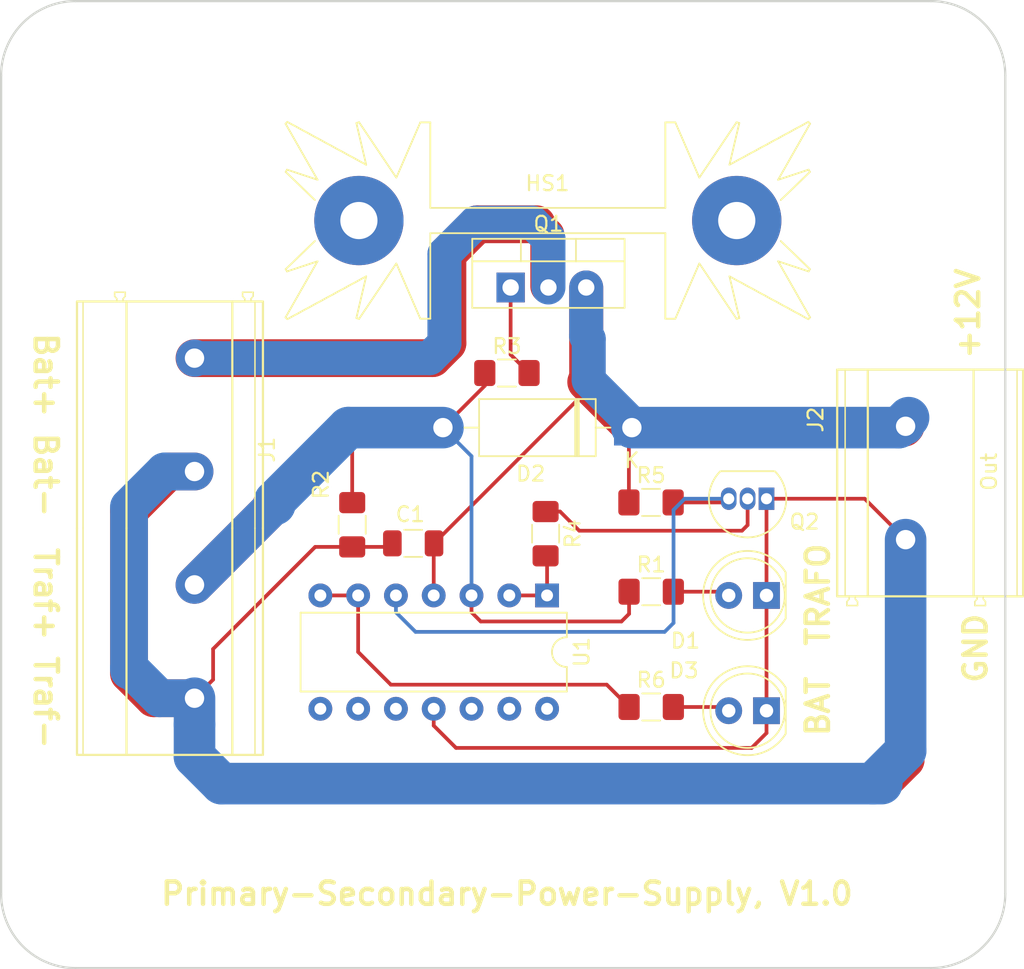
<source format=kicad_pcb>
(kicad_pcb (version 20171130) (host pcbnew "(5.0.1-3-g963ef8bb5)")

  (general
    (thickness 1.6)
    (drawings 15)
    (tracks 123)
    (zones 0)
    (modules 20)
    (nets 12)
  )

  (page A4)
  (layers
    (0 F.Cu signal)
    (31 B.Cu signal)
    (32 B.Adhes user)
    (33 F.Adhes user)
    (34 B.Paste user)
    (35 F.Paste user)
    (36 B.SilkS user)
    (37 F.SilkS user)
    (38 B.Mask user)
    (39 F.Mask user)
    (40 Dwgs.User user)
    (41 Cmts.User user)
    (42 Eco1.User user)
    (43 Eco2.User user)
    (44 Edge.Cuts user)
    (45 Margin user)
    (46 B.CrtYd user)
    (47 F.CrtYd user)
    (48 B.Fab user)
    (49 F.Fab user)
  )

  (setup
    (last_trace_width 0.25)
    (user_trace_width 2.286)
    (user_trace_width 2.54)
    (user_trace_width 2.794)
    (user_trace_width 5.08)
    (trace_clearance 0.2)
    (zone_clearance 0.508)
    (zone_45_only no)
    (trace_min 0.2)
    (segment_width 0.2)
    (edge_width 0.15)
    (via_size 0.8)
    (via_drill 0.4)
    (via_min_size 0.4)
    (via_min_drill 0.3)
    (uvia_size 0.3)
    (uvia_drill 0.1)
    (uvias_allowed no)
    (uvia_min_size 0.2)
    (uvia_min_drill 0.1)
    (pcb_text_width 0.3)
    (pcb_text_size 1.5 1.5)
    (mod_edge_width 0.15)
    (mod_text_size 1 1)
    (mod_text_width 0.15)
    (pad_size 2.4 2.4)
    (pad_drill 1.3)
    (pad_to_mask_clearance 0.051)
    (solder_mask_min_width 0.25)
    (aux_axis_origin 0 0)
    (visible_elements FFFFFF7F)
    (pcbplotparams
      (layerselection 0x010fc_ffffffff)
      (usegerberextensions false)
      (usegerberattributes false)
      (usegerberadvancedattributes false)
      (creategerberjobfile false)
      (excludeedgelayer true)
      (linewidth 0.100000)
      (plotframeref false)
      (viasonmask false)
      (mode 1)
      (useauxorigin false)
      (hpglpennumber 1)
      (hpglpenspeed 20)
      (hpglpendiameter 15.000000)
      (psnegative false)
      (psa4output false)
      (plotreference true)
      (plotvalue true)
      (plotinvisibletext false)
      (padsonsilk false)
      (subtractmaskfromsilk false)
      (outputformat 1)
      (mirror false)
      (drillshape 1)
      (scaleselection 1)
      (outputdirectory ""))
  )

  (net 0 "")
  (net 1 VDD)
  (net 2 GND)
  (net 3 "Net-(D1-Pad2)")
  (net 4 /TRAFO+)
  (net 5 "Net-(D3-Pad2)")
  (net 6 /BAT+)
  (net 7 "Net-(Q2-Pad2)")
  (net 8 "Net-(Q2-Pad3)")
  (net 9 "Net-(R4-Pad2)")
  (net 10 "Net-(R6-Pad1)")
  (net 11 "Net-(Q1-Pad1)")

  (net_class Default "Dies ist die voreingestellte Netzklasse."
    (clearance 0.2)
    (trace_width 0.25)
    (via_dia 0.8)
    (via_drill 0.4)
    (uvia_dia 0.3)
    (uvia_drill 0.1)
    (add_net /BAT+)
    (add_net /TRAFO+)
    (add_net GND)
    (add_net "Net-(D1-Pad2)")
    (add_net "Net-(D3-Pad2)")
    (add_net "Net-(Q1-Pad1)")
    (add_net "Net-(Q2-Pad2)")
    (add_net "Net-(Q2-Pad3)")
    (add_net "Net-(R4-Pad2)")
    (add_net "Net-(R6-Pad1)")
    (add_net VDD)
  )

  (module MountingHole:MountingHole_3.2mm_M3 (layer F.Cu) (tedit 5CFBCF79) (tstamp 5D616609)
    (at 180.8 126.9)
    (descr "Mounting Hole 3.2mm, no annular, M3")
    (tags "mounting hole 3.2mm no annular m3")
    (attr virtual)
    (fp_text reference REF** (at 0 -4.2) (layer F.SilkS) hide
      (effects (font (size 1 1) (thickness 0.15)))
    )
    (fp_text value MountingHole_3.2mm_M3 (at 0 4.2) (layer F.Fab) hide
      (effects (font (size 1 1) (thickness 0.15)))
    )
    (fp_text user %R (at 0.3 0) (layer F.Fab)
      (effects (font (size 1 1) (thickness 0.15)))
    )
    (fp_circle (center 0 0) (end 3.2 0) (layer Cmts.User) (width 0.15))
    (fp_circle (center 0 0) (end 3.45 0) (layer F.CrtYd) (width 0.05))
    (pad 1 np_thru_hole circle (at 0 0) (size 3.2 3.2) (drill 3.2) (layers *.Cu *.Mask))
  )

  (module MountingHole:MountingHole_3.2mm_M3 (layer F.Cu) (tedit 5CFBCF64) (tstamp 5D6165D7)
    (at 180.8 71.9)
    (descr "Mounting Hole 3.2mm, no annular, M3")
    (tags "mounting hole 3.2mm no annular m3")
    (attr virtual)
    (fp_text reference REF** (at 0 -4.2) (layer F.SilkS) hide
      (effects (font (size 1 1) (thickness 0.15)))
    )
    (fp_text value MountingHole_3.2mm_M3 (at 0 4.2) (layer F.Fab) hide
      (effects (font (size 1 1) (thickness 0.15)))
    )
    (fp_circle (center 0 0) (end 3.45 0) (layer F.CrtYd) (width 0.05))
    (fp_circle (center 0 0) (end 3.2 0) (layer Cmts.User) (width 0.15))
    (fp_text user %R (at 0.3 0) (layer F.Fab)
      (effects (font (size 1 1) (thickness 0.15)))
    )
    (pad 1 np_thru_hole circle (at 0 0) (size 3.2 3.2) (drill 3.2) (layers *.Cu *.Mask))
  )

  (module MountingHole:MountingHole_3.2mm_M3 (layer F.Cu) (tedit 5CFBCF6B) (tstamp 5D6165BF)
    (at 123.3 71.9)
    (descr "Mounting Hole 3.2mm, no annular, M3")
    (tags "mounting hole 3.2mm no annular m3")
    (attr virtual)
    (fp_text reference REF** (at 0 -4.2) (layer F.SilkS) hide
      (effects (font (size 1 1) (thickness 0.15)))
    )
    (fp_text value MountingHole_3.2mm_M3 (at 0 4.2) (layer F.Fab) hide
      (effects (font (size 1 1) (thickness 0.15)))
    )
    (fp_text user %R (at 0.3 0) (layer F.Fab)
      (effects (font (size 1 1) (thickness 0.15)))
    )
    (fp_circle (center 0 0) (end 3.2 0) (layer Cmts.User) (width 0.15))
    (fp_circle (center 0 0) (end 3.45 0) (layer F.CrtYd) (width 0.05))
    (pad 1 np_thru_hole circle (at 0 0) (size 3.2 3.2) (drill 3.2) (layers *.Cu *.Mask))
  )

  (module Capacitor_SMD:C_1206_3216Metric (layer F.Cu) (tedit 5B301BBE) (tstamp 5D616221)
    (at 146 103.35 180)
    (descr "Capacitor SMD 1206 (3216 Metric), square (rectangular) end terminal, IPC_7351 nominal, (Body size source: http://www.tortai-tech.com/upload/download/2011102023233369053.pdf), generated with kicad-footprint-generator")
    (tags capacitor)
    (path /5CFAAB2C)
    (attr smd)
    (fp_text reference C1 (at 0.2 1.95 180) (layer F.SilkS)
      (effects (font (size 1 1) (thickness 0.15)))
    )
    (fp_text value C (at 0 1.82 180) (layer F.Fab)
      (effects (font (size 1 1) (thickness 0.15)))
    )
    (fp_line (start -1.6 0.8) (end -1.6 -0.8) (layer F.Fab) (width 0.1))
    (fp_line (start -1.6 -0.8) (end 1.6 -0.8) (layer F.Fab) (width 0.1))
    (fp_line (start 1.6 -0.8) (end 1.6 0.8) (layer F.Fab) (width 0.1))
    (fp_line (start 1.6 0.8) (end -1.6 0.8) (layer F.Fab) (width 0.1))
    (fp_line (start -0.602064 -0.91) (end 0.602064 -0.91) (layer F.SilkS) (width 0.12))
    (fp_line (start -0.602064 0.91) (end 0.602064 0.91) (layer F.SilkS) (width 0.12))
    (fp_line (start -2.28 1.12) (end -2.28 -1.12) (layer F.CrtYd) (width 0.05))
    (fp_line (start -2.28 -1.12) (end 2.28 -1.12) (layer F.CrtYd) (width 0.05))
    (fp_line (start 2.28 -1.12) (end 2.28 1.12) (layer F.CrtYd) (width 0.05))
    (fp_line (start 2.28 1.12) (end -2.28 1.12) (layer F.CrtYd) (width 0.05))
    (fp_text user %R (at 0 0 180) (layer F.Fab)
      (effects (font (size 0.8 0.8) (thickness 0.12)))
    )
    (pad 1 smd roundrect (at -1.4 0 180) (size 1.25 1.75) (layers F.Cu F.Paste F.Mask) (roundrect_rratio 0.2)
      (net 1 VDD))
    (pad 2 smd roundrect (at 1.4 0 180) (size 1.25 1.75) (layers F.Cu F.Paste F.Mask) (roundrect_rratio 0.2)
      (net 2 GND))
    (model ${KISYS3DMOD}/Capacitor_SMD.3dshapes/C_1206_3216Metric.wrl
      (at (xyz 0 0 0))
      (scale (xyz 1 1 1))
      (rotate (xyz 0 0 0))
    )
  )

  (module LED_THT:LED_D5.0mm (layer F.Cu) (tedit 5995936A) (tstamp 5D6161EF)
    (at 169.75 106.85 180)
    (descr "LED, diameter 5.0mm, 2 pins, http://cdn-reichelt.de/documents/datenblatt/A500/LL-504BC2E-009.pdf")
    (tags "LED diameter 5.0mm 2 pins")
    (path /5CFA7DCB)
    (fp_text reference D1 (at 5.45 -3.05 180) (layer F.SilkS)
      (effects (font (size 1 1) (thickness 0.15)))
    )
    (fp_text value LED (at 1.27 3.96 180) (layer F.Fab)
      (effects (font (size 1 1) (thickness 0.15)))
    )
    (fp_arc (start 1.27 0) (end -1.23 -1.469694) (angle 299.1) (layer F.Fab) (width 0.1))
    (fp_arc (start 1.27 0) (end -1.29 -1.54483) (angle 148.9) (layer F.SilkS) (width 0.12))
    (fp_arc (start 1.27 0) (end -1.29 1.54483) (angle -148.9) (layer F.SilkS) (width 0.12))
    (fp_circle (center 1.27 0) (end 3.77 0) (layer F.Fab) (width 0.1))
    (fp_circle (center 1.27 0) (end 3.77 0) (layer F.SilkS) (width 0.12))
    (fp_line (start -1.23 -1.469694) (end -1.23 1.469694) (layer F.Fab) (width 0.1))
    (fp_line (start -1.29 -1.545) (end -1.29 1.545) (layer F.SilkS) (width 0.12))
    (fp_line (start -1.95 -3.25) (end -1.95 3.25) (layer F.CrtYd) (width 0.05))
    (fp_line (start -1.95 3.25) (end 4.5 3.25) (layer F.CrtYd) (width 0.05))
    (fp_line (start 4.5 3.25) (end 4.5 -3.25) (layer F.CrtYd) (width 0.05))
    (fp_line (start 4.5 -3.25) (end -1.95 -3.25) (layer F.CrtYd) (width 0.05))
    (fp_text user %R (at 1.25 0 180) (layer F.Fab)
      (effects (font (size 0.8 0.8) (thickness 0.2)))
    )
    (pad 1 thru_hole rect (at 0 0 180) (size 1.8 1.8) (drill 0.9) (layers *.Cu *.Mask)
      (net 2 GND))
    (pad 2 thru_hole circle (at 2.54 0 180) (size 1.8 1.8) (drill 0.9) (layers *.Cu *.Mask)
      (net 3 "Net-(D1-Pad2)"))
    (model ${KISYS3DMOD}/LED_THT.3dshapes/LED_D5.0mm.wrl
      (at (xyz 0 0 0))
      (scale (xyz 1 1 1))
      (rotate (xyz 0 0 0))
    )
  )

  (module Diode_THT:D_DO-15_P12.70mm_Horizontal (layer F.Cu) (tedit 5CFBF08D) (tstamp 5D6161A2)
    (at 160.7 95.57001 180)
    (descr "Diode, DO-15 series, Axial, Horizontal, pin pitch=12.7mm, , length*diameter=7.6*3.6mm^2, , http://www.diodes.com/_files/packages/DO-15.pdf")
    (tags "Diode DO-15 series Axial Horizontal pin pitch 12.7mm  length 7.6mm diameter 3.6mm")
    (path /5CFA7BDA)
    (fp_text reference D2 (at 6.8 -3.1 180) (layer F.SilkS)
      (effects (font (size 1 1) (thickness 0.15)))
    )
    (fp_text value D (at 6.35 2.92 180) (layer F.Fab)
      (effects (font (size 1 1) (thickness 0.15)))
    )
    (fp_line (start 2.55 -1.8) (end 2.55 1.8) (layer F.Fab) (width 0.1))
    (fp_line (start 2.55 1.8) (end 10.15 1.8) (layer F.Fab) (width 0.1))
    (fp_line (start 10.15 1.8) (end 10.15 -1.8) (layer F.Fab) (width 0.1))
    (fp_line (start 10.15 -1.8) (end 2.55 -1.8) (layer F.Fab) (width 0.1))
    (fp_line (start 0 0) (end 2.55 0) (layer F.Fab) (width 0.1))
    (fp_line (start 12.7 0) (end 10.15 0) (layer F.Fab) (width 0.1))
    (fp_line (start 3.69 -1.8) (end 3.69 1.8) (layer F.Fab) (width 0.1))
    (fp_line (start 3.79 -1.8) (end 3.79 1.8) (layer F.Fab) (width 0.1))
    (fp_line (start 3.59 -1.8) (end 3.59 1.8) (layer F.Fab) (width 0.1))
    (fp_line (start 2.43 -1.92) (end 2.43 1.92) (layer F.SilkS) (width 0.12))
    (fp_line (start 2.43 1.92) (end 10.27 1.92) (layer F.SilkS) (width 0.12))
    (fp_line (start 10.27 1.92) (end 10.27 -1.92) (layer F.SilkS) (width 0.12))
    (fp_line (start 10.27 -1.92) (end 2.43 -1.92) (layer F.SilkS) (width 0.12))
    (fp_line (start 1.44 0) (end 2.43 0) (layer F.SilkS) (width 0.12))
    (fp_line (start 11.26 0) (end 10.27 0) (layer F.SilkS) (width 0.12))
    (fp_line (start 3.69 -1.92) (end 3.69 1.92) (layer F.SilkS) (width 0.12))
    (fp_line (start 3.81 -1.92) (end 3.81 1.92) (layer F.SilkS) (width 0.12))
    (fp_line (start 3.57 -1.92) (end 3.57 1.92) (layer F.SilkS) (width 0.12))
    (fp_line (start -1.45 -2.05) (end -1.45 2.05) (layer F.CrtYd) (width 0.05))
    (fp_line (start -1.45 2.05) (end 14.15 2.05) (layer F.CrtYd) (width 0.05))
    (fp_line (start 14.15 2.05) (end 14.15 -2.05) (layer F.CrtYd) (width 0.05))
    (fp_line (start 14.15 -2.05) (end -1.45 -2.05) (layer F.CrtYd) (width 0.05))
    (fp_text user %R (at 6.92 0 180) (layer F.Fab)
      (effects (font (size 1 1) (thickness 0.15)))
    )
    (fp_text user K (at 0 -2.2 180) (layer F.Fab)
      (effects (font (size 1 1) (thickness 0.15)))
    )
    (fp_text user K (at 0 -2.2 180) (layer F.SilkS)
      (effects (font (size 1 1) (thickness 0.15)))
    )
    (pad 1 thru_hole rect (at 0 0 180) (size 2.4 2.4) (drill 1.3) (layers *.Cu *.Mask)
      (net 1 VDD))
    (pad 2 thru_hole oval (at 12.7 0 180) (size 2.4 2.4) (drill 1.3) (layers *.Cu *.Mask)
      (net 4 /TRAFO+))
    (model ${KISYS3DMOD}/Diode_THT.3dshapes/D_DO-15_P12.70mm_Horizontal.wrl
      (at (xyz 0 0 0))
      (scale (xyz 1 1 1))
      (rotate (xyz 0 0 0))
    )
  )

  (module LED_THT:LED_D5.0mm (layer F.Cu) (tedit 5995936A) (tstamp 5D616162)
    (at 169.75 114.6 180)
    (descr "LED, diameter 5.0mm, 2 pins, http://cdn-reichelt.de/documents/datenblatt/A500/LL-504BC2E-009.pdf")
    (tags "LED diameter 5.0mm 2 pins")
    (path /5CFA7FFE)
    (fp_text reference D3 (at 5.55 2.7 180) (layer F.SilkS)
      (effects (font (size 1 1) (thickness 0.15)))
    )
    (fp_text value LED (at 1.27 3.96 180) (layer F.Fab)
      (effects (font (size 1 1) (thickness 0.15)))
    )
    (fp_text user %R (at 1.25 0 180) (layer F.Fab)
      (effects (font (size 0.8 0.8) (thickness 0.2)))
    )
    (fp_line (start 4.5 -3.25) (end -1.95 -3.25) (layer F.CrtYd) (width 0.05))
    (fp_line (start 4.5 3.25) (end 4.5 -3.25) (layer F.CrtYd) (width 0.05))
    (fp_line (start -1.95 3.25) (end 4.5 3.25) (layer F.CrtYd) (width 0.05))
    (fp_line (start -1.95 -3.25) (end -1.95 3.25) (layer F.CrtYd) (width 0.05))
    (fp_line (start -1.29 -1.545) (end -1.29 1.545) (layer F.SilkS) (width 0.12))
    (fp_line (start -1.23 -1.469694) (end -1.23 1.469694) (layer F.Fab) (width 0.1))
    (fp_circle (center 1.27 0) (end 3.77 0) (layer F.SilkS) (width 0.12))
    (fp_circle (center 1.27 0) (end 3.77 0) (layer F.Fab) (width 0.1))
    (fp_arc (start 1.27 0) (end -1.29 1.54483) (angle -148.9) (layer F.SilkS) (width 0.12))
    (fp_arc (start 1.27 0) (end -1.29 -1.54483) (angle 148.9) (layer F.SilkS) (width 0.12))
    (fp_arc (start 1.27 0) (end -1.23 -1.469694) (angle 299.1) (layer F.Fab) (width 0.1))
    (pad 2 thru_hole circle (at 2.54 0 180) (size 1.8 1.8) (drill 0.9) (layers *.Cu *.Mask)
      (net 5 "Net-(D3-Pad2)"))
    (pad 1 thru_hole rect (at 0 0 180) (size 1.8 1.8) (drill 0.9) (layers *.Cu *.Mask)
      (net 2 GND))
    (model ${KISYS3DMOD}/LED_THT.3dshapes/LED_D5.0mm.wrl
      (at (xyz 0 0 0))
      (scale (xyz 1 1 1))
      (rotate (xyz 0 0 0))
    )
  )

  (module TerminalBlock_Phoenix:Phoenix_Contact_MKDS_5-2-7,62 (layer F.Cu) (tedit 5926EDAB) (tstamp 5D61611B)
    (at 179.1 103.1 90)
    (descr "MKDS 5/2-7,62")
    (tags "screw terminal")
    (path /5CFAA703)
    (fp_text reference J2 (at 7.112 -5.461 90) (layer F.SilkS)
      (effects (font (size 1 1) (thickness 0.15)) (justify left bottom))
    )
    (fp_text value Out (at 3.2 6.2 90) (layer F.SilkS)
      (effects (font (size 1 1) (thickness 0.15)) (justify left bottom))
    )
    (fp_line (start -3.81 -2.54) (end 11.43 -2.54) (layer F.SilkS) (width 0.15))
    (fp_line (start -3.81 4.572) (end 11.43 4.572) (layer F.SilkS) (width 0.15))
    (fp_line (start -3.81 7.874) (end -3.81 -4.572) (layer F.SilkS) (width 0.15))
    (fp_line (start -4.168 4.655) (end -4.431 4.655) (layer F.SilkS) (width 0.1016))
    (fp_line (start -4.431 -3.231) (end -4.431 -3.945) (layer F.SilkS) (width 0.1016))
    (fp_line (start -4.168 4.655) (end -3.9897 4.805) (layer F.SilkS) (width 0.1016))
    (fp_line (start -3.9897 5.219) (end -4.168 5.369) (layer F.SilkS) (width 0.1016))
    (fp_line (start -4.431 5.369) (end -4.431 4.655) (layer F.SilkS) (width 0.1016))
    (fp_line (start -3.9897 -3.381) (end -4.168 -3.231) (layer F.SilkS) (width 0.1016))
    (fp_line (start -3.9897 -3.795) (end -3.861 -3.795) (layer F.SilkS) (width 0.1016))
    (fp_line (start -4.168 -3.231) (end -4.431 -3.231) (layer F.SilkS) (width 0.1016))
    (fp_line (start -4.168 5.369) (end -4.431 5.369) (layer F.SilkS) (width 0.1016))
    (fp_line (start -3.9897 4.805) (end -3.861 4.805) (layer F.SilkS) (width 0.1016))
    (fp_line (start 11.43 7.874) (end 11.43 -4.572) (layer F.SilkS) (width 0.15))
    (fp_line (start 11.43 7.9) (end -3.81 7.9) (layer F.SilkS) (width 0.15))
    (fp_line (start -3.81 7.493) (end 11.43 7.493) (layer F.SilkS) (width 0.1))
    (fp_line (start -3.861 5.219) (end -3.9897 5.219) (layer F.SilkS) (width 0.1016))
    (fp_line (start -3.861 -3.381) (end -3.9897 -3.381) (layer F.SilkS) (width 0.1016))
    (fp_line (start -4.431 -3.945) (end -4.168 -3.945) (layer F.SilkS) (width 0.1016))
    (fp_line (start -3.9897 -3.795) (end -4.168 -3.945) (layer F.SilkS) (width 0.1016))
    (fp_line (start -3.81 -4.6) (end 11.43 -4.6) (layer F.SilkS) (width 0.15))
    (fp_line (start 11.43 -4.064) (end -3.81 -4.064) (layer F.SilkS) (width 0.1))
    (pad 2 thru_hole circle (at 7.62 0 90) (size 2.5 2.5) (drill 1.3) (layers *.Cu *.Mask)
      (net 1 VDD))
    (pad 1 thru_hole circle (at 0 0 90) (size 2.5 2.5) (drill 1.3) (layers *.Cu *.Mask)
      (net 2 GND))
    (model ${KISYS3DMOD}/LibreSolar.3dshapes/Phoenix_Contact_MKDS_5_2-7,62_1868076.stp
      (offset (xyz 11.42999982833862 -7.899999881353907 0))
      (scale (xyz 1 1 1))
      (rotate (xyz -90 0 -90))
    )
  )

  (module Resistor_SMD:R_1206_3216Metric_Pad1.42x1.75mm_HandSolder (layer F.Cu) (tedit 5B301BBD) (tstamp 5D6160E0)
    (at 162 106.6)
    (descr "Resistor SMD 1206 (3216 Metric), square (rectangular) end terminal, IPC_7351 nominal with elongated pad for handsoldering. (Body size source: http://www.tortai-tech.com/upload/download/2011102023233369053.pdf), generated with kicad-footprint-generator")
    (tags "resistor handsolder")
    (path /5CFA8A4B)
    (attr smd)
    (fp_text reference R1 (at 0 -1.82) (layer F.SilkS)
      (effects (font (size 1 1) (thickness 0.15)))
    )
    (fp_text value R (at 0 1.82) (layer F.Fab)
      (effects (font (size 1 1) (thickness 0.15)))
    )
    (fp_line (start -1.6 0.8) (end -1.6 -0.8) (layer F.Fab) (width 0.1))
    (fp_line (start -1.6 -0.8) (end 1.6 -0.8) (layer F.Fab) (width 0.1))
    (fp_line (start 1.6 -0.8) (end 1.6 0.8) (layer F.Fab) (width 0.1))
    (fp_line (start 1.6 0.8) (end -1.6 0.8) (layer F.Fab) (width 0.1))
    (fp_line (start -0.602064 -0.91) (end 0.602064 -0.91) (layer F.SilkS) (width 0.12))
    (fp_line (start -0.602064 0.91) (end 0.602064 0.91) (layer F.SilkS) (width 0.12))
    (fp_line (start -2.45 1.12) (end -2.45 -1.12) (layer F.CrtYd) (width 0.05))
    (fp_line (start -2.45 -1.12) (end 2.45 -1.12) (layer F.CrtYd) (width 0.05))
    (fp_line (start 2.45 -1.12) (end 2.45 1.12) (layer F.CrtYd) (width 0.05))
    (fp_line (start 2.45 1.12) (end -2.45 1.12) (layer F.CrtYd) (width 0.05))
    (fp_text user %R (at 0 0) (layer F.Fab)
      (effects (font (size 0.8 0.8) (thickness 0.12)))
    )
    (pad 1 smd roundrect (at -1.4875 0) (size 1.425 1.75) (layers F.Cu F.Paste F.Mask) (roundrect_rratio 0.175439)
      (net 4 /TRAFO+))
    (pad 2 smd roundrect (at 1.4875 0) (size 1.425 1.75) (layers F.Cu F.Paste F.Mask) (roundrect_rratio 0.175439)
      (net 3 "Net-(D1-Pad2)"))
    (model ${KISYS3DMOD}/Resistor_SMD.3dshapes/R_1206_3216Metric.wrl
      (at (xyz 0 0 0))
      (scale (xyz 1 1 1))
      (rotate (xyz 0 0 0))
    )
  )

  (module Resistor_SMD:R_1206_3216Metric_Pad1.42x1.75mm_HandSolder (layer F.Cu) (tedit 5B301BBD) (tstamp 5D6167D7)
    (at 141.9 102.1 270)
    (descr "Resistor SMD 1206 (3216 Metric), square (rectangular) end terminal, IPC_7351 nominal with elongated pad for handsoldering. (Body size source: http://www.tortai-tech.com/upload/download/2011102023233369053.pdf), generated with kicad-footprint-generator")
    (tags "resistor handsolder")
    (path /5CFA8257)
    (attr smd)
    (fp_text reference R2 (at -2.7 2.1 270) (layer F.SilkS)
      (effects (font (size 1 1) (thickness 0.15)))
    )
    (fp_text value 100k (at 0 1.82 270) (layer F.Fab)
      (effects (font (size 1 1) (thickness 0.15)))
    )
    (fp_line (start -1.6 0.8) (end -1.6 -0.8) (layer F.Fab) (width 0.1))
    (fp_line (start -1.6 -0.8) (end 1.6 -0.8) (layer F.Fab) (width 0.1))
    (fp_line (start 1.6 -0.8) (end 1.6 0.8) (layer F.Fab) (width 0.1))
    (fp_line (start 1.6 0.8) (end -1.6 0.8) (layer F.Fab) (width 0.1))
    (fp_line (start -0.602064 -0.91) (end 0.602064 -0.91) (layer F.SilkS) (width 0.12))
    (fp_line (start -0.602064 0.91) (end 0.602064 0.91) (layer F.SilkS) (width 0.12))
    (fp_line (start -2.45 1.12) (end -2.45 -1.12) (layer F.CrtYd) (width 0.05))
    (fp_line (start -2.45 -1.12) (end 2.45 -1.12) (layer F.CrtYd) (width 0.05))
    (fp_line (start 2.45 -1.12) (end 2.45 1.12) (layer F.CrtYd) (width 0.05))
    (fp_line (start 2.45 1.12) (end -2.45 1.12) (layer F.CrtYd) (width 0.05))
    (fp_text user %R (at 0 0 270) (layer F.Fab)
      (effects (font (size 0.8 0.8) (thickness 0.12)))
    )
    (pad 1 smd roundrect (at -1.4875 0 270) (size 1.425 1.75) (layers F.Cu F.Paste F.Mask) (roundrect_rratio 0.175439)
      (net 4 /TRAFO+))
    (pad 2 smd roundrect (at 1.4875 0 270) (size 1.425 1.75) (layers F.Cu F.Paste F.Mask) (roundrect_rratio 0.175439)
      (net 2 GND))
    (model ${KISYS3DMOD}/Resistor_SMD.3dshapes/R_1206_3216Metric.wrl
      (at (xyz 0 0 0))
      (scale (xyz 1 1 1))
      (rotate (xyz 0 0 0))
    )
  )

  (module Resistor_SMD:R_1206_3216Metric_Pad1.42x1.75mm_HandSolder (layer F.Cu) (tedit 5B301BBD) (tstamp 5D616080)
    (at 152.3 91.9 180)
    (descr "Resistor SMD 1206 (3216 Metric), square (rectangular) end terminal, IPC_7351 nominal with elongated pad for handsoldering. (Body size source: http://www.tortai-tech.com/upload/download/2011102023233369053.pdf), generated with kicad-footprint-generator")
    (tags "resistor handsolder")
    (path /5CFA8526)
    (attr smd)
    (fp_text reference R3 (at 0 1.8 180) (layer F.SilkS)
      (effects (font (size 1 1) (thickness 0.15)))
    )
    (fp_text value 100 (at 0 1.82 180) (layer F.Fab)
      (effects (font (size 1 1) (thickness 0.15)))
    )
    (fp_text user %R (at 0 -0.2 180) (layer F.Fab)
      (effects (font (size 0.8 0.8) (thickness 0.12)))
    )
    (fp_line (start 2.45 1.12) (end -2.45 1.12) (layer F.CrtYd) (width 0.05))
    (fp_line (start 2.45 -1.12) (end 2.45 1.12) (layer F.CrtYd) (width 0.05))
    (fp_line (start -2.45 -1.12) (end 2.45 -1.12) (layer F.CrtYd) (width 0.05))
    (fp_line (start -2.45 1.12) (end -2.45 -1.12) (layer F.CrtYd) (width 0.05))
    (fp_line (start -0.602064 0.91) (end 0.602064 0.91) (layer F.SilkS) (width 0.12))
    (fp_line (start -0.602064 -0.91) (end 0.602064 -0.91) (layer F.SilkS) (width 0.12))
    (fp_line (start 1.6 0.8) (end -1.6 0.8) (layer F.Fab) (width 0.1))
    (fp_line (start 1.6 -0.8) (end 1.6 0.8) (layer F.Fab) (width 0.1))
    (fp_line (start -1.6 -0.8) (end 1.6 -0.8) (layer F.Fab) (width 0.1))
    (fp_line (start -1.6 0.8) (end -1.6 -0.8) (layer F.Fab) (width 0.1))
    (pad 2 smd roundrect (at 1.4875 0 180) (size 1.425 1.75) (layers F.Cu F.Paste F.Mask) (roundrect_rratio 0.175439)
      (net 4 /TRAFO+))
    (pad 1 smd roundrect (at -1.4875 0 180) (size 1.425 1.75) (layers F.Cu F.Paste F.Mask) (roundrect_rratio 0.175439)
      (net 11 "Net-(Q1-Pad1)"))
    (model ${KISYS3DMOD}/Resistor_SMD.3dshapes/R_1206_3216Metric.wrl
      (at (xyz 0 0 0))
      (scale (xyz 1 1 1))
      (rotate (xyz 0 0 0))
    )
  )

  (module Resistor_SMD:R_1206_3216Metric_Pad1.42x1.75mm_HandSolder (layer F.Cu) (tedit 5B301BBD) (tstamp 5D616050)
    (at 154.9 102.7 270)
    (descr "Resistor SMD 1206 (3216 Metric), square (rectangular) end terminal, IPC_7351 nominal with elongated pad for handsoldering. (Body size source: http://www.tortai-tech.com/upload/download/2011102023233369053.pdf), generated with kicad-footprint-generator")
    (tags "resistor handsolder")
    (path /5CFA9C2B)
    (attr smd)
    (fp_text reference R4 (at 0 -1.82 270) (layer F.SilkS)
      (effects (font (size 1 1) (thickness 0.15)))
    )
    (fp_text value 47k (at 0 1.82 270) (layer F.Fab)
      (effects (font (size 1 1) (thickness 0.15)))
    )
    (fp_text user %R (at 0 0 270) (layer F.Fab)
      (effects (font (size 0.8 0.8) (thickness 0.12)))
    )
    (fp_line (start 2.45 1.12) (end -2.45 1.12) (layer F.CrtYd) (width 0.05))
    (fp_line (start 2.45 -1.12) (end 2.45 1.12) (layer F.CrtYd) (width 0.05))
    (fp_line (start -2.45 -1.12) (end 2.45 -1.12) (layer F.CrtYd) (width 0.05))
    (fp_line (start -2.45 1.12) (end -2.45 -1.12) (layer F.CrtYd) (width 0.05))
    (fp_line (start -0.602064 0.91) (end 0.602064 0.91) (layer F.SilkS) (width 0.12))
    (fp_line (start -0.602064 -0.91) (end 0.602064 -0.91) (layer F.SilkS) (width 0.12))
    (fp_line (start 1.6 0.8) (end -1.6 0.8) (layer F.Fab) (width 0.1))
    (fp_line (start 1.6 -0.8) (end 1.6 0.8) (layer F.Fab) (width 0.1))
    (fp_line (start -1.6 -0.8) (end 1.6 -0.8) (layer F.Fab) (width 0.1))
    (fp_line (start -1.6 0.8) (end -1.6 -0.8) (layer F.Fab) (width 0.1))
    (pad 2 smd roundrect (at 1.4875 0 270) (size 1.425 1.75) (layers F.Cu F.Paste F.Mask) (roundrect_rratio 0.175439)
      (net 9 "Net-(R4-Pad2)"))
    (pad 1 smd roundrect (at -1.4875 0 270) (size 1.425 1.75) (layers F.Cu F.Paste F.Mask) (roundrect_rratio 0.175439)
      (net 7 "Net-(Q2-Pad2)"))
    (model ${KISYS3DMOD}/Resistor_SMD.3dshapes/R_1206_3216Metric.wrl
      (at (xyz 0 0 0))
      (scale (xyz 1 1 1))
      (rotate (xyz 0 0 0))
    )
  )

  (module Resistor_SMD:R_1206_3216Metric_Pad1.42x1.75mm_HandSolder (layer F.Cu) (tedit 5CFBC4D8) (tstamp 5D616020)
    (at 161.9875 100.6)
    (descr "Resistor SMD 1206 (3216 Metric), square (rectangular) end terminal, IPC_7351 nominal with elongated pad for handsoldering. (Body size source: http://www.tortai-tech.com/upload/download/2011102023233369053.pdf), generated with kicad-footprint-generator")
    (tags "resistor handsolder")
    (path /5CFA9A5D)
    (attr smd)
    (fp_text reference R5 (at 0 -1.82) (layer F.SilkS)
      (effects (font (size 1 1) (thickness 0.15)))
    )
    (fp_text value 100k (at 0 1.82) (layer F.Fab)
      (effects (font (size 1 1) (thickness 0.15)))
    )
    (fp_line (start -1.6 0.8) (end -1.6 -0.8) (layer F.Fab) (width 0.1))
    (fp_line (start -1.6 -0.8) (end 1.6 -0.8) (layer F.Fab) (width 0.1))
    (fp_line (start 1.6 -0.8) (end 1.6 0.8) (layer F.Fab) (width 0.1))
    (fp_line (start 1.6 0.8) (end -1.6 0.8) (layer F.Fab) (width 0.1))
    (fp_line (start -0.602064 -0.91) (end 0.602064 -0.91) (layer F.SilkS) (width 0.12))
    (fp_line (start -0.602064 0.91) (end 0.602064 0.91) (layer F.SilkS) (width 0.12))
    (fp_line (start -2.45 1.12) (end -2.45 -1.12) (layer F.CrtYd) (width 0.05))
    (fp_line (start -2.45 -1.12) (end 2.45 -1.12) (layer F.CrtYd) (width 0.05))
    (fp_line (start 2.45 -1.12) (end 2.45 1.12) (layer F.CrtYd) (width 0.05))
    (fp_line (start 2.45 1.12) (end -2.45 1.12) (layer F.CrtYd) (width 0.05))
    (fp_text user %R (at 0 0) (layer F.Fab)
      (effects (font (size 0.8 0.8) (thickness 0.12)))
    )
    (pad 1 smd roundrect (at -1.4875 0) (size 1.425 1.75) (layers F.Cu F.Paste F.Mask) (roundrect_rratio 0.175439)
      (net 1 VDD))
    (pad 2 smd roundrect (at 1.4875 0) (size 1.425 1.75) (layers F.Cu F.Paste F.Mask) (roundrect_rratio 0.175439)
      (net 8 "Net-(Q2-Pad3)"))
    (model ${KISYS3DMOD}/Resistor_SMD.3dshapes/R_1206_3216Metric.wrl
      (at (xyz 0 0 0))
      (scale (xyz 1 1 1))
      (rotate (xyz 0 0 0))
    )
  )

  (module Resistor_SMD:R_1206_3216Metric_Pad1.42x1.75mm_HandSolder (layer F.Cu) (tedit 5B301BBD) (tstamp 5D615FF0)
    (at 162 114.35)
    (descr "Resistor SMD 1206 (3216 Metric), square (rectangular) end terminal, IPC_7351 nominal with elongated pad for handsoldering. (Body size source: http://www.tortai-tech.com/upload/download/2011102023233369053.pdf), generated with kicad-footprint-generator")
    (tags "resistor handsolder")
    (path /5CFA8FBF)
    (attr smd)
    (fp_text reference R6 (at 0 -1.82) (layer F.SilkS)
      (effects (font (size 1 1) (thickness 0.15)))
    )
    (fp_text value 220 (at 0 1.82) (layer F.Fab)
      (effects (font (size 1 1) (thickness 0.15)))
    )
    (fp_text user %R (at 0 0) (layer F.Fab)
      (effects (font (size 0.8 0.8) (thickness 0.12)))
    )
    (fp_line (start 2.45 1.12) (end -2.45 1.12) (layer F.CrtYd) (width 0.05))
    (fp_line (start 2.45 -1.12) (end 2.45 1.12) (layer F.CrtYd) (width 0.05))
    (fp_line (start -2.45 -1.12) (end 2.45 -1.12) (layer F.CrtYd) (width 0.05))
    (fp_line (start -2.45 1.12) (end -2.45 -1.12) (layer F.CrtYd) (width 0.05))
    (fp_line (start -0.602064 0.91) (end 0.602064 0.91) (layer F.SilkS) (width 0.12))
    (fp_line (start -0.602064 -0.91) (end 0.602064 -0.91) (layer F.SilkS) (width 0.12))
    (fp_line (start 1.6 0.8) (end -1.6 0.8) (layer F.Fab) (width 0.1))
    (fp_line (start 1.6 -0.8) (end 1.6 0.8) (layer F.Fab) (width 0.1))
    (fp_line (start -1.6 -0.8) (end 1.6 -0.8) (layer F.Fab) (width 0.1))
    (fp_line (start -1.6 0.8) (end -1.6 -0.8) (layer F.Fab) (width 0.1))
    (pad 2 smd roundrect (at 1.4875 0) (size 1.425 1.75) (layers F.Cu F.Paste F.Mask) (roundrect_rratio 0.175439)
      (net 5 "Net-(D3-Pad2)"))
    (pad 1 smd roundrect (at -1.4875 0) (size 1.425 1.75) (layers F.Cu F.Paste F.Mask) (roundrect_rratio 0.175439)
      (net 10 "Net-(R6-Pad1)"))
    (model ${KISYS3DMOD}/Resistor_SMD.3dshapes/R_1206_3216Metric.wrl
      (at (xyz 0 0 0))
      (scale (xyz 1 1 1))
      (rotate (xyz 0 0 0))
    )
  )

  (module Package_DIP:DIP-14_W7.62mm (layer F.Cu) (tedit 5A02E8C5) (tstamp 5D615F9E)
    (at 155 106.85 270)
    (descr "14-lead though-hole mounted DIP package, row spacing 7.62 mm (300 mils)")
    (tags "THT DIP DIL PDIP 2.54mm 7.62mm 300mil")
    (path /5CFA794B)
    (fp_text reference U1 (at 3.81 -2.33 270) (layer F.SilkS)
      (effects (font (size 1 1) (thickness 0.15)))
    )
    (fp_text value LM324 (at 3.81 17.57 270) (layer F.Fab)
      (effects (font (size 1 1) (thickness 0.15)))
    )
    (fp_arc (start 3.81 -1.33) (end 2.81 -1.33) (angle -180) (layer F.SilkS) (width 0.12))
    (fp_line (start 1.635 -1.27) (end 6.985 -1.27) (layer F.Fab) (width 0.1))
    (fp_line (start 6.985 -1.27) (end 6.985 16.51) (layer F.Fab) (width 0.1))
    (fp_line (start 6.985 16.51) (end 0.635 16.51) (layer F.Fab) (width 0.1))
    (fp_line (start 0.635 16.51) (end 0.635 -0.27) (layer F.Fab) (width 0.1))
    (fp_line (start 0.635 -0.27) (end 1.635 -1.27) (layer F.Fab) (width 0.1))
    (fp_line (start 2.81 -1.33) (end 1.16 -1.33) (layer F.SilkS) (width 0.12))
    (fp_line (start 1.16 -1.33) (end 1.16 16.57) (layer F.SilkS) (width 0.12))
    (fp_line (start 1.16 16.57) (end 6.46 16.57) (layer F.SilkS) (width 0.12))
    (fp_line (start 6.46 16.57) (end 6.46 -1.33) (layer F.SilkS) (width 0.12))
    (fp_line (start 6.46 -1.33) (end 4.81 -1.33) (layer F.SilkS) (width 0.12))
    (fp_line (start -1.1 -1.55) (end -1.1 16.8) (layer F.CrtYd) (width 0.05))
    (fp_line (start -1.1 16.8) (end 8.7 16.8) (layer F.CrtYd) (width 0.05))
    (fp_line (start 8.7 16.8) (end 8.7 -1.55) (layer F.CrtYd) (width 0.05))
    (fp_line (start 8.7 -1.55) (end -1.1 -1.55) (layer F.CrtYd) (width 0.05))
    (fp_text user %R (at 3.81 7.62 270) (layer F.Fab)
      (effects (font (size 1 1) (thickness 0.15)))
    )
    (pad 1 thru_hole rect (at 0 0 270) (size 1.6 1.6) (drill 0.8) (layers *.Cu *.Mask)
      (net 9 "Net-(R4-Pad2)"))
    (pad 8 thru_hole oval (at 7.62 15.24 270) (size 1.6 1.6) (drill 0.8) (layers *.Cu *.Mask))
    (pad 2 thru_hole oval (at 0 2.54 270) (size 1.6 1.6) (drill 0.8) (layers *.Cu *.Mask)
      (net 9 "Net-(R4-Pad2)"))
    (pad 9 thru_hole oval (at 7.62 12.7 270) (size 1.6 1.6) (drill 0.8) (layers *.Cu *.Mask))
    (pad 3 thru_hole oval (at 0 5.08 270) (size 1.6 1.6) (drill 0.8) (layers *.Cu *.Mask)
      (net 4 /TRAFO+))
    (pad 10 thru_hole oval (at 7.62 10.16 270) (size 1.6 1.6) (drill 0.8) (layers *.Cu *.Mask))
    (pad 4 thru_hole oval (at 0 7.62 270) (size 1.6 1.6) (drill 0.8) (layers *.Cu *.Mask)
      (net 1 VDD))
    (pad 11 thru_hole oval (at 7.62 7.62 270) (size 1.6 1.6) (drill 0.8) (layers *.Cu *.Mask)
      (net 2 GND))
    (pad 5 thru_hole oval (at 0 10.16 270) (size 1.6 1.6) (drill 0.8) (layers *.Cu *.Mask)
      (net 8 "Net-(Q2-Pad3)"))
    (pad 12 thru_hole oval (at 7.62 5.08 270) (size 1.6 1.6) (drill 0.8) (layers *.Cu *.Mask))
    (pad 6 thru_hole oval (at 0 12.7 270) (size 1.6 1.6) (drill 0.8) (layers *.Cu *.Mask)
      (net 10 "Net-(R6-Pad1)"))
    (pad 13 thru_hole oval (at 7.62 2.54 270) (size 1.6 1.6) (drill 0.8) (layers *.Cu *.Mask))
    (pad 7 thru_hole oval (at 0 15.24 270) (size 1.6 1.6) (drill 0.8) (layers *.Cu *.Mask)
      (net 10 "Net-(R6-Pad1)"))
    (pad 14 thru_hole oval (at 7.62 0 270) (size 1.6 1.6) (drill 0.8) (layers *.Cu *.Mask))
    (model ${KISYS3DMOD}/Package_DIP.3dshapes/DIP-14_W7.62mm.wrl
      (at (xyz 0 0 0))
      (scale (xyz 1 1 1))
      (rotate (xyz 0 0 0))
    )
  )

  (module Heatsink:Heatsink_Fischer_SK104-STC-STIC_35x13mm_2xDrill2.5mm (layer F.Cu) (tedit 5CFBD5AE) (tstamp 5D615EA9)
    (at 155.05 81.65)
    (descr "Heatsink, 35mm x 13mm, 2x Fixation 2,5mm Drill, Soldering, Fischer SK104-STC-STIC,")
    (tags "Heatsink fischer TO-220")
    (path /5CFC2EF4)
    (fp_text reference HS1 (at -0.025 -2.5) (layer F.SilkS)
      (effects (font (size 1 1) (thickness 0.15)))
    )
    (fp_text value Heatsink (at 0.65 9.075) (layer F.Fab)
      (effects (font (size 1 1) (thickness 0.15)))
    )
    (fp_text user %R (at 0 0) (layer F.Fab)
      (effects (font (size 1 1) (thickness 0.15)))
    )
    (fp_line (start 17.62 3.27) (end 15.66 1.38) (layer F.SilkS) (width 0.12))
    (fp_line (start 17.53 3.42) (end 17.62 3.27) (layer F.SilkS) (width 0.12))
    (fp_line (start 15.48 2.74) (end 17.53 3.42) (layer F.SilkS) (width 0.12))
    (fp_line (start 17.63 6.51) (end 15.48 2.74) (layer F.SilkS) (width 0.12))
    (fp_line (start 17.51 6.63) (end 17.63 6.51) (layer F.SilkS) (width 0.12))
    (fp_line (start 12.21 3.75) (end 17.51 6.63) (layer F.SilkS) (width 0.12))
    (fp_line (start 12.87 6.55) (end 12.21 3.75) (layer F.SilkS) (width 0.12))
    (fp_line (start 12.69 6.61) (end 12.87 6.55) (layer F.SilkS) (width 0.12))
    (fp_line (start 10.19 2.89) (end 12.69 6.61) (layer F.SilkS) (width 0.12))
    (fp_line (start 17.5 3.3) (end 15 0.9) (layer F.Fab) (width 0.1))
    (fp_line (start 8.57 6.6) (end 10.18 2.89) (layer F.SilkS) (width 0.12))
    (fp_line (start 7.9 6.6) (end 8.57 6.6) (layer F.SilkS) (width 0.12))
    (fp_line (start 7.9 0.85) (end 7.9 6.6) (layer F.SilkS) (width 0.12))
    (fp_line (start 0 0.85) (end 7.9 0.85) (layer F.SilkS) (width 0.12))
    (fp_line (start 1.778 -0.762) (end 1.778 0.762) (layer F.Fab) (width 0.1))
    (fp_line (start 17.5 6.5) (end 12.065 3.556) (layer F.Fab) (width 0.1))
    (fp_line (start 12.065 3.556) (end 12.75 6.5) (layer F.Fab) (width 0.1))
    (fp_line (start 8 6.5) (end 8.5 6.5) (layer F.Fab) (width 0.1))
    (fp_line (start 15.24 2.54) (end 17.5 3.3) (layer F.Fab) (width 0.1))
    (fp_line (start 17.5 6.5) (end 15.24 2.54) (layer F.Fab) (width 0.1))
    (fp_line (start 10.16 2.667) (end 12.75 6.5) (layer F.Fab) (width 0.1))
    (fp_line (start 8.5 6.5) (end 10.16 2.667) (layer F.Fab) (width 0.1))
    (fp_line (start 0 0.762) (end 8.001 0.762) (layer F.Fab) (width 0.1))
    (fp_line (start 8.001 0.762) (end 8 6.5) (layer F.Fab) (width 0.1))
    (fp_line (start -17.75 -6.75) (end 17.75 -6.75) (layer F.CrtYd) (width 0.05))
    (fp_line (start -17.75 -6.75) (end -17.75 6.75) (layer F.CrtYd) (width 0.05))
    (fp_line (start 17.75 6.75) (end 17.75 -6.75) (layer F.CrtYd) (width 0.05))
    (fp_line (start 17.75 6.75) (end -17.75 6.75) (layer F.CrtYd) (width 0.05))
    (fp_line (start 17.5 -3.3) (end 15 -0.9) (layer F.Fab) (width 0.1))
    (fp_line (start 15.24 -2.54) (end 17.5 -3.3) (layer F.Fab) (width 0.1))
    (fp_line (start 17.5 -6.5) (end 15.24 -2.54) (layer F.Fab) (width 0.1))
    (fp_line (start 17.5 -6.5) (end 12.065 -3.556) (layer F.Fab) (width 0.1))
    (fp_line (start 12.065 -3.556) (end 12.75 -6.5) (layer F.Fab) (width 0.1))
    (fp_line (start 10.16 -2.667) (end 12.75 -6.5) (layer F.Fab) (width 0.1))
    (fp_line (start 8.5 -6.5) (end 10.16 -2.667) (layer F.Fab) (width 0.1))
    (fp_line (start 8 -6.5) (end 8.5 -6.5) (layer F.Fab) (width 0.1))
    (fp_line (start 8.001 -0.762) (end 8 -6.5) (layer F.Fab) (width 0.1))
    (fp_line (start 0 -0.762) (end 8.001 -0.762) (layer F.Fab) (width 0.1))
    (fp_line (start 7.9 -6.6) (end 8.57 -6.6) (layer F.SilkS) (width 0.12))
    (fp_line (start 7.9 -0.85) (end 7.9 -6.6) (layer F.SilkS) (width 0.12))
    (fp_line (start 0 -0.85) (end 7.9 -0.85) (layer F.SilkS) (width 0.12))
    (fp_line (start 8.57 -6.6) (end 10.18 -2.89) (layer F.SilkS) (width 0.12))
    (fp_line (start 17.53 -3.42) (end 17.62 -3.27) (layer F.SilkS) (width 0.12))
    (fp_line (start 17.51 -6.63) (end 17.63 -6.51) (layer F.SilkS) (width 0.12))
    (fp_line (start 17.63 -6.51) (end 15.48 -2.74) (layer F.SilkS) (width 0.12))
    (fp_line (start 15.48 -2.74) (end 17.53 -3.42) (layer F.SilkS) (width 0.12))
    (fp_line (start 17.62 -3.27) (end 15.66 -1.38) (layer F.SilkS) (width 0.12))
    (fp_line (start 12.21 -3.75) (end 17.51 -6.63) (layer F.SilkS) (width 0.12))
    (fp_line (start 10.19 -2.89) (end 12.69 -6.61) (layer F.SilkS) (width 0.12))
    (fp_line (start 12.69 -6.61) (end 12.87 -6.55) (layer F.SilkS) (width 0.12))
    (fp_line (start 12.87 -6.55) (end 12.21 -3.75) (layer F.SilkS) (width 0.12))
    (fp_line (start -17.5 3.3) (end -15 0.9) (layer F.Fab) (width 0.1))
    (fp_line (start -17.5 -3.3) (end -15 -0.9) (layer F.Fab) (width 0.1))
    (fp_line (start -15.24 2.54) (end -17.5 3.3) (layer F.Fab) (width 0.1))
    (fp_line (start -17.5 -6.5) (end -15.24 -2.54) (layer F.Fab) (width 0.1))
    (fp_line (start -15.24 -2.54) (end -17.5 -3.3) (layer F.Fab) (width 0.1))
    (fp_line (start -17.5 -6.5) (end -12.065 -3.556) (layer F.Fab) (width 0.1))
    (fp_line (start -10.16 2.667) (end -12.75 6.5) (layer F.Fab) (width 0.1))
    (fp_line (start -12.065 3.556) (end -12.75 6.5) (layer F.Fab) (width 0.1))
    (fp_line (start -8 6.5) (end -8.5 6.5) (layer F.Fab) (width 0.1))
    (fp_line (start -8.001 0.762) (end -8 6.5) (layer F.Fab) (width 0.1))
    (fp_line (start -8.5 6.5) (end -10.16 2.667) (layer F.Fab) (width 0.1))
    (fp_line (start -17.5 6.5) (end -15.24 2.54) (layer F.Fab) (width 0.1))
    (fp_line (start -17.5 6.5) (end -12.065 3.556) (layer F.Fab) (width 0.1))
    (fp_line (start 0 0.762) (end -8.001 0.762) (layer F.Fab) (width 0.1))
    (fp_line (start 0 -0.762) (end -8.001 -0.762) (layer F.Fab) (width 0.1))
    (fp_line (start -1.778 0.762) (end -1.778 -0.762) (layer F.Fab) (width 0.1))
    (fp_line (start -8.001 -0.762) (end -8 -6.5) (layer F.Fab) (width 0.1))
    (fp_line (start -8 -6.5) (end -8.5 -6.5) (layer F.Fab) (width 0.1))
    (fp_line (start -8.5 -6.5) (end -10.16 -2.667) (layer F.Fab) (width 0.1))
    (fp_line (start -12.065 -3.556) (end -12.75 -6.5) (layer F.Fab) (width 0.1))
    (fp_line (start -10.16 -2.667) (end -12.75 -6.5) (layer F.Fab) (width 0.1))
    (fp_line (start 0 0.85) (end -7.9 0.85) (layer F.SilkS) (width 0.12))
    (fp_line (start -8.57 6.6) (end -10.18 2.89) (layer F.SilkS) (width 0.12))
    (fp_line (start -7.9 6.6) (end -8.57 6.6) (layer F.SilkS) (width 0.12))
    (fp_line (start -7.9 0.85) (end -7.9 6.6) (layer F.SilkS) (width 0.12))
    (fp_line (start 0 -0.85) (end -7.9 -0.85) (layer F.SilkS) (width 0.12))
    (fp_line (start -15.48 -2.74) (end -17.53 -3.42) (layer F.SilkS) (width 0.12))
    (fp_line (start -17.51 -6.63) (end -17.63 -6.51) (layer F.SilkS) (width 0.12))
    (fp_line (start -17.53 -3.42) (end -17.62 -3.27) (layer F.SilkS) (width 0.12))
    (fp_line (start -17.63 -6.51) (end -15.48 -2.74) (layer F.SilkS) (width 0.12))
    (fp_line (start -17.62 -3.27) (end -15.66 -1.38) (layer F.SilkS) (width 0.12))
    (fp_line (start -10.19 -2.89) (end -12.69 -6.61) (layer F.SilkS) (width 0.12))
    (fp_line (start -12.87 -6.55) (end -12.21 -3.75) (layer F.SilkS) (width 0.12))
    (fp_line (start -12.69 -6.61) (end -12.87 -6.55) (layer F.SilkS) (width 0.12))
    (fp_line (start -12.21 -3.75) (end -17.51 -6.63) (layer F.SilkS) (width 0.12))
    (fp_line (start -7.9 -6.6) (end -8.57 -6.6) (layer F.SilkS) (width 0.12))
    (fp_line (start -7.9 -0.85) (end -7.9 -6.6) (layer F.SilkS) (width 0.12))
    (fp_line (start -8.57 -6.6) (end -10.18 -2.89) (layer F.SilkS) (width 0.12))
    (fp_line (start -17.51 6.63) (end -17.63 6.51) (layer F.SilkS) (width 0.12))
    (fp_line (start -17.62 3.27) (end -15.66 1.38) (layer F.SilkS) (width 0.12))
    (fp_line (start -15.48 2.74) (end -17.53 3.42) (layer F.SilkS) (width 0.12))
    (fp_line (start -17.53 3.42) (end -17.62 3.27) (layer F.SilkS) (width 0.12))
    (fp_line (start -17.63 6.51) (end -15.48 2.74) (layer F.SilkS) (width 0.12))
    (fp_line (start -12.21 3.75) (end -17.51 6.63) (layer F.SilkS) (width 0.12))
    (fp_line (start -12.87 6.55) (end -12.21 3.75) (layer F.SilkS) (width 0.12))
    (fp_line (start -12.69 6.61) (end -12.87 6.55) (layer F.SilkS) (width 0.12))
    (fp_line (start -10.19 2.89) (end -12.69 6.61) (layer F.SilkS) (width 0.12))
    (fp_arc (start 12.7 0) (end 15 -0.9) (angle -316.8) (layer F.Fab) (width 0.1))
    (fp_arc (start -12.7 0) (end -15 0.9) (angle -316.8) (layer F.Fab) (width 0.1))
    (pad 1 thru_hole circle (at 12.7 0) (size 6 6) (drill 2.5) (layers *.Cu *.Mask))
    (pad 1 thru_hole circle (at -12.7 0 180) (size 6 6) (drill 2.5) (layers *.Cu *.Mask))
    (model ${KISYS3DMOD}/Heatsink.3dshapes/Heatsink_Fischer_SK104-STC-STIC_35x13mm_2xDrill2.5mm.wrl
      (at (xyz 0 0 0))
      (scale (xyz 1 1 1))
      (rotate (xyz 0 0 0))
    )
  )

  (module Master-Slave-Power-Supply:Phoenix_Contact_MKDS_5-4-7,62 (layer F.Cu) (tedit 5CFBD109) (tstamp 5D615DF9)
    (at 131.3 90.9 270)
    (descr "MKDS 5/4-7,62")
    (tags "screw terminal")
    (path /5CFAA241)
    (fp_text reference J1 (at 7.112 -5.461 270) (layer F.SilkS)
      (effects (font (size 1 1) (thickness 0.15)) (justify left bottom))
    )
    (fp_text value In (at -6 1.5 180) (layer F.SilkS) hide
      (effects (font (size 1 1) (thickness 0.15)) (justify left bottom))
    )
    (fp_line (start -3.81 -2.54) (end 11.43 -2.54) (layer F.SilkS) (width 0.15))
    (fp_line (start -3.81 4.572) (end 11.43 4.572) (layer F.SilkS) (width 0.15))
    (fp_line (start -3.81 7.874) (end -3.81 -4.572) (layer F.SilkS) (width 0.15))
    (fp_line (start -4.168 4.655) (end -4.431 4.655) (layer F.SilkS) (width 0.1016))
    (fp_line (start -4.431 -3.231) (end -4.431 -3.945) (layer F.SilkS) (width 0.1016))
    (fp_line (start -4.168 4.655) (end -3.9897 4.805) (layer F.SilkS) (width 0.1016))
    (fp_line (start -3.9897 5.219) (end -4.168 5.369) (layer F.SilkS) (width 0.1016))
    (fp_line (start -4.431 5.369) (end -4.431 4.655) (layer F.SilkS) (width 0.1016))
    (fp_line (start -3.9897 -3.381) (end -4.168 -3.231) (layer F.SilkS) (width 0.1016))
    (fp_line (start -3.9897 -3.795) (end -3.861 -3.795) (layer F.SilkS) (width 0.1016))
    (fp_line (start -4.168 -3.231) (end -4.431 -3.231) (layer F.SilkS) (width 0.1016))
    (fp_line (start -4.168 5.369) (end -4.431 5.369) (layer F.SilkS) (width 0.1016))
    (fp_line (start -3.9897 4.805) (end -3.861 4.805) (layer F.SilkS) (width 0.1016))
    (fp_line (start 11.43 7.9) (end -3.81 7.9) (layer F.SilkS) (width 0.15))
    (fp_line (start -3.81 7.493) (end 11.43 7.493) (layer F.SilkS) (width 0.1))
    (fp_line (start -3.861 5.219) (end -3.9897 5.219) (layer F.SilkS) (width 0.1016))
    (fp_line (start -3.861 -3.381) (end -3.9897 -3.381) (layer F.SilkS) (width 0.1016))
    (fp_line (start -4.431 -3.945) (end -4.168 -3.945) (layer F.SilkS) (width 0.1016))
    (fp_line (start -3.9897 -3.795) (end -4.168 -3.945) (layer F.SilkS) (width 0.1016))
    (fp_line (start -3.81 -4.6) (end 11.43 -4.6) (layer F.SilkS) (width 0.15))
    (fp_line (start 11.43 -4.064) (end -3.81 -4.064) (layer F.SilkS) (width 0.1))
    (fp_line (start 26.67 7.874) (end 26.67 -4.572) (layer F.SilkS) (width 0.15))
    (fp_line (start 26.67 -4.064) (end 11.43 -4.064) (layer F.SilkS) (width 0.1))
    (fp_line (start 11.43 -4.6) (end 26.67 -4.6) (layer F.SilkS) (width 0.15))
    (fp_line (start 11.43 7.493) (end 26.67 7.493) (layer F.SilkS) (width 0.1))
    (fp_line (start 11.43 -2.54) (end 26.67 -2.54) (layer F.SilkS) (width 0.15))
    (fp_line (start 11.43 4.572) (end 26.67 4.572) (layer F.SilkS) (width 0.15))
    (fp_line (start 26.67 7.9) (end 11.43 7.9) (layer F.SilkS) (width 0.15))
    (pad 2 thru_hole circle (at 7.62 0 270) (size 2.5 2.5) (drill 1.3) (layers *.Cu *.Mask)
      (net 2 GND))
    (pad 1 thru_hole circle (at 0 0 270) (size 2.5 2.5) (drill 1.3) (layers *.Cu *.Mask)
      (net 6 /BAT+))
    (pad 3 thru_hole circle (at 15.24 0 270) (size 2.5 2.5) (drill 1.3) (layers *.Cu *.Mask)
      (net 4 /TRAFO+))
    (pad 4 thru_hole circle (at 22.86 0 270) (size 2.5 2.5) (drill 1.3) (layers *.Cu *.Mask)
      (net 2 GND))
    (model ${KISYS3DMOD}/LibreSolar.3dshapes/Phoenix_Contact_MKDS_5_2-7,62_1868076.stp
      (offset (xyz 11.42999982833862 -7.899999881353907 0))
      (scale (xyz 1 1 1))
      (rotate (xyz -90 0 -90))
    )
  )

  (module Package_TO_SOT_THT:TO-220-3_Vertical (layer F.Cu) (tedit 5AC8BA0D) (tstamp 5D615DA4)
    (at 152.55 86.15)
    (descr "TO-220-3, Vertical, RM 2.54mm, see https://www.vishay.com/docs/66542/to-220-1.pdf")
    (tags "TO-220-3 Vertical RM 2.54mm")
    (path /5CFD4C28)
    (fp_text reference Q1 (at 2.54 -4.27) (layer F.SilkS)
      (effects (font (size 1 1) (thickness 0.15)))
    )
    (fp_text value Q_PMOS_GDS (at 2.54 2.5) (layer F.Fab)
      (effects (font (size 1 1) (thickness 0.15)))
    )
    (fp_line (start -2.46 -3.15) (end -2.46 1.25) (layer F.Fab) (width 0.1))
    (fp_line (start -2.46 1.25) (end 7.54 1.25) (layer F.Fab) (width 0.1))
    (fp_line (start 7.54 1.25) (end 7.54 -3.15) (layer F.Fab) (width 0.1))
    (fp_line (start 7.54 -3.15) (end -2.46 -3.15) (layer F.Fab) (width 0.1))
    (fp_line (start -2.46 -1.88) (end 7.54 -1.88) (layer F.Fab) (width 0.1))
    (fp_line (start 0.69 -3.15) (end 0.69 -1.88) (layer F.Fab) (width 0.1))
    (fp_line (start 4.39 -3.15) (end 4.39 -1.88) (layer F.Fab) (width 0.1))
    (fp_line (start -2.58 -3.27) (end 7.66 -3.27) (layer F.SilkS) (width 0.12))
    (fp_line (start -2.58 1.371) (end 7.66 1.371) (layer F.SilkS) (width 0.12))
    (fp_line (start -2.58 -3.27) (end -2.58 1.371) (layer F.SilkS) (width 0.12))
    (fp_line (start 7.66 -3.27) (end 7.66 1.371) (layer F.SilkS) (width 0.12))
    (fp_line (start -2.58 -1.76) (end 7.66 -1.76) (layer F.SilkS) (width 0.12))
    (fp_line (start 0.69 -3.27) (end 0.69 -1.76) (layer F.SilkS) (width 0.12))
    (fp_line (start 4.391 -3.27) (end 4.391 -1.76) (layer F.SilkS) (width 0.12))
    (fp_line (start -2.71 -3.4) (end -2.71 1.51) (layer F.CrtYd) (width 0.05))
    (fp_line (start -2.71 1.51) (end 7.79 1.51) (layer F.CrtYd) (width 0.05))
    (fp_line (start 7.79 1.51) (end 7.79 -3.4) (layer F.CrtYd) (width 0.05))
    (fp_line (start 7.79 -3.4) (end -2.71 -3.4) (layer F.CrtYd) (width 0.05))
    (fp_text user %R (at 2.54 -4.27) (layer F.Fab)
      (effects (font (size 1 1) (thickness 0.15)))
    )
    (pad 1 thru_hole rect (at 0 0) (size 1.905 2) (drill 1.1) (layers *.Cu *.Mask)
      (net 11 "Net-(Q1-Pad1)"))
    (pad 2 thru_hole oval (at 2.54 0) (size 1.905 2) (drill 1.1) (layers *.Cu *.Mask)
      (net 6 /BAT+))
    (pad 3 thru_hole oval (at 5.08 0) (size 1.905 2) (drill 1.1) (layers *.Cu *.Mask)
      (net 1 VDD))
    (model ${KISYS3DMOD}/Package_TO_SOT_THT.3dshapes/TO-220-3_Vertical.wrl
      (at (xyz 0 0 0))
      (scale (xyz 1 1 1))
      (rotate (xyz 0 0 0))
    )
  )

  (module Package_TO_SOT_THT:TO-92_Inline (layer F.Cu) (tedit 5A1DD157) (tstamp 5D615D69)
    (at 169.75 100.35 180)
    (descr "TO-92 leads in-line, narrow, oval pads, drill 0.75mm (see NXP sot054_po.pdf)")
    (tags "to-92 sc-43 sc-43a sot54 PA33 transistor")
    (path /5CFBA5BF)
    (fp_text reference Q2 (at -2.55 -1.55 180) (layer F.SilkS)
      (effects (font (size 1 1) (thickness 0.15)))
    )
    (fp_text value Q_NPN_EBC (at 1.27 2.79 180) (layer F.Fab)
      (effects (font (size 1 1) (thickness 0.15)))
    )
    (fp_text user %R (at 1.27 -3.56 180) (layer F.Fab)
      (effects (font (size 1 1) (thickness 0.15)))
    )
    (fp_line (start -0.53 1.85) (end 3.07 1.85) (layer F.SilkS) (width 0.12))
    (fp_line (start -0.5 1.75) (end 3 1.75) (layer F.Fab) (width 0.1))
    (fp_line (start -1.46 -2.73) (end 4 -2.73) (layer F.CrtYd) (width 0.05))
    (fp_line (start -1.46 -2.73) (end -1.46 2.01) (layer F.CrtYd) (width 0.05))
    (fp_line (start 4 2.01) (end 4 -2.73) (layer F.CrtYd) (width 0.05))
    (fp_line (start 4 2.01) (end -1.46 2.01) (layer F.CrtYd) (width 0.05))
    (fp_arc (start 1.27 0) (end 1.27 -2.48) (angle 135) (layer F.Fab) (width 0.1))
    (fp_arc (start 1.27 0) (end 1.27 -2.6) (angle -135) (layer F.SilkS) (width 0.12))
    (fp_arc (start 1.27 0) (end 1.27 -2.48) (angle -135) (layer F.Fab) (width 0.1))
    (fp_arc (start 1.27 0) (end 1.27 -2.6) (angle 135) (layer F.SilkS) (width 0.12))
    (pad 2 thru_hole oval (at 1.27 0 180) (size 1.05 1.5) (drill 0.75) (layers *.Cu *.Mask)
      (net 7 "Net-(Q2-Pad2)"))
    (pad 3 thru_hole oval (at 2.54 0 180) (size 1.05 1.5) (drill 0.75) (layers *.Cu *.Mask)
      (net 8 "Net-(Q2-Pad3)"))
    (pad 1 thru_hole rect (at 0 0 180) (size 1.05 1.5) (drill 0.75) (layers *.Cu *.Mask)
      (net 2 GND))
    (model ${KISYS3DMOD}/Package_TO_SOT_THT.3dshapes/TO-92_Inline.wrl
      (at (xyz 0 0 0))
      (scale (xyz 1 1 1))
      (rotate (xyz 0 0 0))
    )
  )

  (module MountingHole:MountingHole_3.2mm_M3 (layer F.Cu) (tedit 5CFBCF72) (tstamp 5D615B3E)
    (at 123.3 126.9)
    (descr "Mounting Hole 3.2mm, no annular, M3")
    (tags "mounting hole 3.2mm no annular m3")
    (attr virtual)
    (fp_text reference REF** (at 0 -4.2) (layer F.SilkS) hide
      (effects (font (size 1 1) (thickness 0.15)))
    )
    (fp_text value MountingHole_3.2mm_M3 (at 0 4.2) (layer F.Fab) hide
      (effects (font (size 1 1) (thickness 0.15)))
    )
    (fp_circle (center 0 0) (end 3.45 0) (layer F.CrtYd) (width 0.05))
    (fp_circle (center 0 0) (end 3.2 0) (layer Cmts.User) (width 0.15))
    (fp_text user %R (at 0.3 0) (layer F.Fab)
      (effects (font (size 1 1) (thickness 0.15)))
    )
    (pad 1 np_thru_hole circle (at 0 0) (size 3.2 3.2) (drill 3.2) (layers *.Cu *.Mask))
  )

  (gr_text BAT (at 173.2 114.3 90) (layer F.SilkS) (tstamp 5CFBF96E)
    (effects (font (size 1.5 1.5) (thickness 0.3)))
  )
  (gr_text TRAFO (at 173.2 106.8 90) (layer F.SilkS) (tstamp 5CFBF430)
    (effects (font (size 1.5 1.5) (thickness 0.3)))
  )
  (gr_text "Traf+ Traf-" (at 121.3 110.4 270) (layer F.SilkS) (tstamp 5D616E3F)
    (effects (font (size 1.5 1.5) (thickness 0.3)))
  )
  (gr_text "Bat+ Bat-" (at 121.3 95.4 270) (layer F.SilkS) (tstamp 5D616E35)
    (effects (font (size 1.5 1.5) (thickness 0.3)))
  )
  (gr_text +12V (at 183.3 87.9 90) (layer F.SilkS) (tstamp 5D616B05)
    (effects (font (size 1.5 1.5) (thickness 0.3)))
  )
  (gr_text GND (at 183.8 110.4 90) (layer F.SilkS) (tstamp 5D616A58)
    (effects (font (size 1.5 1.5) (thickness 0.3)))
  )
  (gr_text "Primary-Secondary-Power-Supply, V1.0" (at 152.3 126.9) (layer F.SilkS)
    (effects (font (size 1.5 1.5) (thickness 0.3)))
  )
  (gr_arc (start 180.8 71.9) (end 185.8 71.9) (angle -90) (layer Edge.Cuts) (width 0.15) (tstamp 5D616624))
  (gr_line (start 123.3 66.9) (end 180.8 66.9) (layer Edge.Cuts) (width 0.15))
  (gr_line (start 185.8 126.9) (end 185.8 71.9) (layer Edge.Cuts) (width 0.15))
  (gr_arc (start 180.8 126.9) (end 180.8 131.9) (angle -90) (layer Edge.Cuts) (width 0.15) (tstamp 5D6165FC))
  (gr_arc (start 123.3 71.9) (end 123.3 66.9) (angle -90) (layer Edge.Cuts) (width 0.15) (tstamp 5D6165D1))
  (gr_line (start 118.3 126.9) (end 118.3 71.9) (layer Edge.Cuts) (width 0.15))
  (gr_arc (start 123.3 126.9) (end 118.3 126.9) (angle -90) (layer Edge.Cuts) (width 0.15))
  (gr_line (start 123.3 131.9) (end 180.8 131.9) (layer Edge.Cuts) (width 0.15))

  (segment (start 147.38 103.37) (end 147.4 103.35) (width 0.25) (layer F.Cu) (net 1) (tstamp 5D61638C) (status 30))
  (segment (start 147.38 106.85) (end 147.38 103.37) (width 0.25) (layer F.Cu) (net 1) (tstamp 5D616389) (status 30))
  (segment (start 160.5 100.6) (end 160.5 95.77001) (width 0.25) (layer F.Cu) (net 1) (tstamp 5D61629F) (status 10))
  (segment (start 160.5 95.77001) (end 160.7 95.57001) (width 0.25) (layer F.Cu) (net 1) (tstamp 5D6162A5))
  (segment (start 158.05 86.19) (end 158.09 86.15) (width 0.25) (layer F.Cu) (net 1) (tstamp 5D616245) (status 30))
  (segment (start 157.7875 86.4525) (end 158.09 86.15) (width 0.25) (layer F.Cu) (net 1) (tstamp 5D616266) (status 30))
  (segment (start 157.63 92.50001) (end 160.7 95.57001) (width 2.54) (layer F.Cu) (net 1))
  (segment (start 157.63 93.12) (end 157.63 92.50001) (width 0.25) (layer F.Cu) (net 1))
  (segment (start 147.4 103.35) (end 157.63 93.12) (width 0.25) (layer F.Cu) (net 1))
  (segment (start 179.00999 95.57001) (end 179.1 95.48) (width 2.54) (layer F.Cu) (net 1))
  (segment (start 160.7 95.57001) (end 179.00999 95.57001) (width 2.54) (layer F.Cu) (net 1))
  (segment (start 178.62999 95.57001) (end 179.3 94.9) (width 2.794) (layer B.Cu) (net 1))
  (segment (start 160.7 95.57001) (end 178.62999 95.57001) (width 2.794) (layer B.Cu) (net 1))
  (segment (start 157.63 89.436) (end 157.8 89.606) (width 2.286) (layer B.Cu) (net 1))
  (segment (start 157.63 86.15) (end 157.63 89.436) (width 2.286) (layer B.Cu) (net 1))
  (segment (start 157.8 89.606) (end 157.8 92.4) (width 2.286) (layer B.Cu) (net 1))
  (segment (start 160.7 95.3) (end 160.7 95.57001) (width 2.286) (layer B.Cu) (net 1))
  (segment (start 157.8 92.4) (end 160.7 95.3) (width 2.286) (layer B.Cu) (net 1))
  (segment (start 157.63 92.50001) (end 157.63 86.15) (width 2.286) (layer F.Cu) (net 1))
  (segment (start 169.75 100.35) (end 169.75 106.85) (width 0.25) (layer F.Cu) (net 2) (tstamp 5D6162ED) (status 30))
  (segment (start 169.75 106.85) (end 169.75 114.6) (width 0.25) (layer F.Cu) (net 2) (tstamp 5D6162BA) (status 30))
  (segment (start 147.38 115.60137) (end 148.87863 117.1) (width 0.25) (layer F.Cu) (net 2) (tstamp 5D6162C9))
  (segment (start 147.38 114.47) (end 147.38 115.60137) (width 0.25) (layer F.Cu) (net 2) (tstamp 5D6162C0) (status 10))
  (segment (start 148.87863 117.1) (end 168.75 117.1) (width 0.25) (layer F.Cu) (net 2) (tstamp 5D6162EA))
  (segment (start 169.75 116.1) (end 169.75 114.6) (width 0.25) (layer F.Cu) (net 2) (tstamp 5D616359) (status 20))
  (segment (start 168.75 117.1) (end 169.75 116.1) (width 0.25) (layer F.Cu) (net 2) (tstamp 5D616356))
  (segment (start 131.91 113.15) (end 131.3 113.76) (width 0.25) (layer F.Cu) (net 2) (tstamp 5D616299) (status 30))
  (segment (start 144.5875 103.3375) (end 144.6 103.35) (width 0.25) (layer F.Cu) (net 2) (tstamp 5D616314) (status 30))
  (segment (start 144.3625 103.5875) (end 144.6 103.35) (width 0.25) (layer F.Cu) (net 2) (tstamp 5D6162BD) (status 30))
  (segment (start 141.9 103.5875) (end 144.3625 103.5875) (width 0.25) (layer F.Cu) (net 2) (tstamp 5D6162B7) (status 30))
  (segment (start 132.549999 112.510001) (end 132.549999 110.450001) (width 0.25) (layer F.Cu) (net 2) (tstamp 5D616260))
  (segment (start 131.3 113.76) (end 132.549999 112.510001) (width 0.25) (layer F.Cu) (net 2) (tstamp 5D616278) (status 10))
  (segment (start 139.4125 103.5875) (end 141.9 103.5875) (width 0.25) (layer F.Cu) (net 2) (tstamp 5D616371) (status 20))
  (segment (start 132.549999 110.450001) (end 139.4125 103.5875) (width 0.25) (layer F.Cu) (net 2) (tstamp 5D616365))
  (segment (start 176.35 100.35) (end 179.1 103.1) (width 0.25) (layer F.Cu) (net 2) (tstamp 5D616374) (status 20))
  (segment (start 169.75 100.35) (end 176.35 100.35) (width 0.25) (layer F.Cu) (net 2) (tstamp 5D61637A) (status 10))
  (segment (start 126.9 112.1) (end 128.56 113.76) (width 2.54) (layer F.Cu) (net 2) (tstamp 5D61626F))
  (segment (start 126.9 101.152234) (end 126.9 112.1) (width 2.54) (layer F.Cu) (net 2) (tstamp 5D616263))
  (segment (start 131.3 98.52) (end 129.532234 98.52) (width 2.54) (layer F.Cu) (net 2) (tstamp 5D616281) (status 10))
  (segment (start 131.3 98.52) (end 129.28 98.52) (width 2.54) (layer B.Cu) (net 2) (tstamp 5D61632C) (status 10))
  (segment (start 128.56 113.76) (end 131.3 113.76) (width 2.54) (layer F.Cu) (net 2) (tstamp 5D616272) (status 20))
  (segment (start 129.532234 98.52) (end 126.9 101.152234) (width 2.54) (layer F.Cu) (net 2) (tstamp 5D61627E))
  (segment (start 129.28 98.52) (end 126.9 100.9) (width 2.54) (layer B.Cu) (net 2) (tstamp 5D616329))
  (segment (start 128.96 113.76) (end 126.9 111.7) (width 2.54) (layer B.Cu) (net 2) (tstamp 5D616362))
  (segment (start 131.3 113.76) (end 128.96 113.76) (width 2.54) (layer B.Cu) (net 2) (tstamp 5D61637D) (status 10))
  (segment (start 126.9 111.7) (end 126.9 111.9) (width 2.54) (layer B.Cu) (net 2) (tstamp 5D616368))
  (segment (start 126.9 100.9) (end 126.9 111.7) (width 2.54) (layer B.Cu) (net 2) (tstamp 5D616380))
  (segment (start 179.1 103.1) (end 179.1 117.9) (width 2.54) (layer F.Cu) (net 2) (tstamp 5D6162E4) (status 10))
  (segment (start 133.1 119.5) (end 131.3 117.7) (width 2.54) (layer F.Cu) (net 2) (tstamp 5D616323))
  (segment (start 131.3 113.76) (end 131.3 115.527766) (width 2.794) (layer B.Cu) (net 2) (tstamp 5D61635F))
  (segment (start 177.5 119.5) (end 133.1 119.5) (width 2.54) (layer F.Cu) (net 2) (tstamp 5D616332))
  (segment (start 131.3 117.7) (end 131.3 113.76) (width 2.54) (layer F.Cu) (net 2) (tstamp 5D616383) (status 20))
  (segment (start 179.1 117.9) (end 177.5 119.5) (width 2.54) (layer F.Cu) (net 2) (tstamp 5D616386))
  (segment (start 131.3 115.527766) (end 131.3 117.7) (width 2.794) (layer B.Cu) (net 2) (tstamp 5D616344))
  (segment (start 131.3 117.7) (end 133.1 119.5) (width 2.794) (layer B.Cu) (net 2) (tstamp 5D61635C))
  (segment (start 179.1 117.3) (end 176.9 119.5) (width 2.794) (layer B.Cu) (net 2) (tstamp 5D6162FF))
  (segment (start 179.1 103.1) (end 179.1 117.3) (width 2.794) (layer B.Cu) (net 2) (tstamp 5D61630B))
  (segment (start 176.9 119.5) (end 177.5 119.5) (width 2.794) (layer B.Cu) (net 2) (tstamp 5D616317))
  (segment (start 133.1 119.5) (end 176.9 119.5) (width 2.794) (layer B.Cu) (net 2) (tstamp 5D616305))
  (segment (start 166.96 106.6) (end 167.21 106.85) (width 0.25) (layer F.Cu) (net 3) (tstamp 5D61639B) (status 30))
  (segment (start 163.4875 106.6) (end 166.96 106.6) (width 0.25) (layer F.Cu) (net 3) (tstamp 5D616398) (status 30))
  (segment (start 147.4 96.6) (end 148.7 95.3) (width 0.25) (layer F.Cu) (net 4) (tstamp 5D6162B1))
  (segment (start 149.92 107.98137) (end 150.53863 108.6) (width 0.25) (layer F.Cu) (net 4) (tstamp 5D6162D2))
  (segment (start 149.92 106.85) (end 149.92 107.98137) (width 0.25) (layer F.Cu) (net 4) (tstamp 5D6162B4) (status 10))
  (segment (start 150.53863 108.6) (end 160 108.6) (width 0.25) (layer F.Cu) (net 4) (tstamp 5D6162A2))
  (segment (start 160.5125 108.0875) (end 160.5125 106.6) (width 0.25) (layer F.Cu) (net 4) (tstamp 5D6162A8) (status 20))
  (segment (start 160 108.6) (end 160.5125 108.0875) (width 0.25) (layer F.Cu) (net 4) (tstamp 5D61629C))
  (segment (start 131.3 106.14) (end 136.5 100.94) (width 2.54) (layer F.Cu) (net 4) (tstamp 5D616377) (status 10))
  (segment (start 131.3 106.14) (end 136.7 100.74) (width 2.54) (layer B.Cu) (net 4) (tstamp 5D6162DB) (status 10))
  (segment (start 141.62999 95.57001) (end 148 95.57001) (width 2.54) (layer F.Cu) (net 4))
  (segment (start 136.5 100.7) (end 141.62999 95.57001) (width 2.54) (layer F.Cu) (net 4))
  (segment (start 136.5 100.94) (end 136.5 100.7) (width 2.54) (layer F.Cu) (net 4))
  (segment (start 149.92 97.49001) (end 148 95.57001) (width 0.25) (layer B.Cu) (net 4))
  (segment (start 149.92 106.85) (end 149.92 97.49001) (width 0.25) (layer B.Cu) (net 4))
  (segment (start 141.9 95.84002) (end 141.62999 95.57001) (width 0.25) (layer F.Cu) (net 4))
  (segment (start 141.9 100.6125) (end 141.9 95.84002) (width 0.25) (layer F.Cu) (net 4))
  (segment (start 141.62999 95.57001) (end 148 95.57001) (width 2.794) (layer B.Cu) (net 4))
  (segment (start 136.7 100.5) (end 141.62999 95.57001) (width 2.794) (layer B.Cu) (net 4))
  (segment (start 136.7 100.74) (end 136.7 100.5) (width 2.794) (layer B.Cu) (net 4))
  (segment (start 150.8125 92.75751) (end 150.8125 91.9) (width 0.25) (layer F.Cu) (net 4))
  (segment (start 148 95.57001) (end 150.8125 92.75751) (width 0.25) (layer F.Cu) (net 4))
  (segment (start 166.96 114.35) (end 167.21 114.6) (width 0.25) (layer F.Cu) (net 5) (tstamp 5D616248) (status 30))
  (segment (start 163.4875 114.35) (end 166.96 114.35) (width 0.25) (layer F.Cu) (net 5) (tstamp 5D616242) (status 30))
  (segment (start 154.7875 86.4525) (end 155.09 86.15) (width 0.25) (layer F.Cu) (net 6))
  (segment (start 131.3 90.9) (end 147.3 90.9) (width 2.54) (layer F.Cu) (net 6))
  (segment (start 147.3 90.9) (end 148.3 89.9) (width 2.54) (layer F.Cu) (net 6))
  (segment (start 148.3 89.9) (end 148.3 83.9) (width 2.54) (layer F.Cu) (net 6))
  (segment (start 148.3 83.9) (end 150.3 81.9) (width 2.54) (layer F.Cu) (net 6))
  (segment (start 150.3 81.9) (end 154.3 81.9) (width 2.54) (layer F.Cu) (net 6))
  (segment (start 155.01699 82.61699) (end 155.01699 86.07699) (width 2.286) (layer F.Cu) (net 6))
  (segment (start 154.3 81.9) (end 155.01699 82.61699) (width 2.286) (layer F.Cu) (net 6))
  (segment (start 154.026 81.8) (end 155.09 82.864) (width 2.286) (layer B.Cu) (net 6))
  (segment (start 150.2 81.8) (end 154.026 81.8) (width 2.286) (layer B.Cu) (net 6))
  (segment (start 148.1 89.9) (end 148.1 83.9) (width 2.286) (layer B.Cu) (net 6))
  (segment (start 147.1 90.9) (end 148.1 89.9) (width 2.286) (layer B.Cu) (net 6))
  (segment (start 155.09 82.864) (end 155.09 86.15) (width 2.286) (layer B.Cu) (net 6))
  (segment (start 148.1 83.9) (end 150.2 81.8) (width 2.286) (layer B.Cu) (net 6))
  (segment (start 131.3 90.9) (end 147.1 90.9) (width 2.286) (layer B.Cu) (net 6))
  (segment (start 168.4875 100.3425) (end 168.48 100.35) (width 0.25) (layer F.Cu) (net 7) (tstamp 5D616296) (status 30))
  (segment (start 155.875 101.2125) (end 157.1625 102.5) (width 0.25) (layer F.Cu) (net 7) (tstamp 5D6162AB))
  (segment (start 154.9 101.2125) (end 155.875 101.2125) (width 0.25) (layer F.Cu) (net 7) (tstamp 5D6162AE) (status 10))
  (segment (start 157.1625 102.5) (end 168.1 102.5) (width 0.25) (layer F.Cu) (net 7) (tstamp 5D61625D))
  (segment (start 168.48 102.12) (end 168.48 100.35) (width 0.25) (layer F.Cu) (net 7) (tstamp 5D616284) (status 20))
  (segment (start 168.1 102.5) (end 168.48 102.12) (width 0.25) (layer F.Cu) (net 7) (tstamp 5D61625A))
  (segment (start 166.96 100.6) (end 167.21 100.35) (width 0.25) (layer F.Cu) (net 8) (tstamp 5D61624E) (status 30))
  (segment (start 163.475 100.6) (end 166.96 100.6) (width 0.25) (layer F.Cu) (net 8) (tstamp 5D61624B) (status 30))
  (segment (start 144.84 107.98137) (end 146.15863 109.3) (width 0.25) (layer B.Cu) (net 8) (tstamp 5D6163A1))
  (segment (start 144.84 106.85) (end 144.84 107.98137) (width 0.25) (layer B.Cu) (net 8) (tstamp 5D61639E) (status 10))
  (segment (start 146.15863 109.3) (end 162.9 109.3) (width 0.25) (layer B.Cu) (net 8) (tstamp 5D616347))
  (segment (start 162.9 109.3) (end 163.5 108.7) (width 0.25) (layer B.Cu) (net 8) (tstamp 5D61631D))
  (segment (start 163.5 108.7) (end 163.5 101.1) (width 0.25) (layer B.Cu) (net 8) (tstamp 5D61636B))
  (segment (start 163.5 101.1) (end 164.25 100.35) (width 0.25) (layer B.Cu) (net 8) (tstamp 5D61636E))
  (segment (start 164.25 100.35) (end 167.21 100.35) (width 0.25) (layer B.Cu) (net 8) (tstamp 5D61630E) (status 20))
  (segment (start 152.46 106.85) (end 155 106.85) (width 0.25) (layer F.Cu) (net 9) (tstamp 5D616353) (status 30))
  (segment (start 155 104.2875) (end 154.9 104.1875) (width 0.25) (layer F.Cu) (net 9) (tstamp 5D6162CF) (status 30))
  (segment (start 155 106.85) (end 155 104.2875) (width 0.25) (layer F.Cu) (net 9) (tstamp 5D6162C6) (status 30))
  (segment (start 139.76 106.85) (end 142.3 106.85) (width 0.25) (layer F.Cu) (net 10) (tstamp 5D6162F6) (status 30))
  (segment (start 159.0125 112.85) (end 160.5125 114.35) (width 0.25) (layer F.Cu) (net 10) (tstamp 5D6162F0) (status 20))
  (segment (start 144.5 112.85) (end 159.0125 112.85) (width 0.25) (layer F.Cu) (net 10) (tstamp 5D6162E1))
  (segment (start 142.3 110.65) (end 144.5 112.85) (width 0.25) (layer F.Cu) (net 10) (tstamp 5D6162F3))
  (segment (start 142.3 106.85) (end 142.3 110.65) (width 0.25) (layer F.Cu) (net 10) (tstamp 5D6162D5) (status 10))
  (segment (start 152.55 90.6625) (end 153.7875 91.9) (width 0.25) (layer F.Cu) (net 11))
  (segment (start 152.55 86.15) (end 152.55 90.6625) (width 0.25) (layer F.Cu) (net 11))

)

</source>
